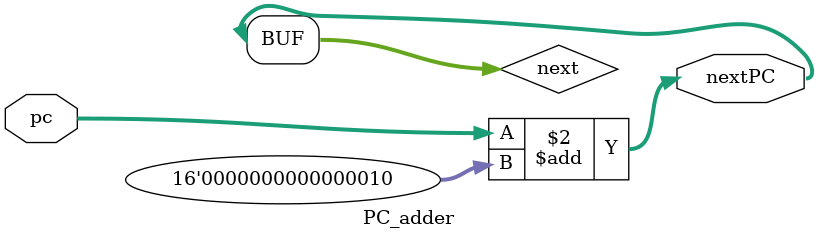
<source format=v>
module PC_adder(input[15:0] pc,output[15:0] nextPC);
  reg[15:0] next;
  
  always @(*)next = pc + 16'd2;
  
  assign nextPC = next;
  
endmodule 

</source>
